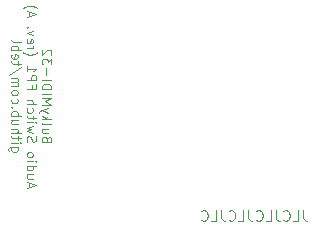
<source format=gbo>
G04 #@! TF.GenerationSoftware,KiCad,Pcbnew,(5.1.8)-1*
G04 #@! TF.CreationDate,2022-07-15T00:53:09+02:00*
G04 #@! TF.ProjectId,BulkyMIDI-32 Audio Switch FP1,42756c6b-794d-4494-9449-2d3332204175,rev?*
G04 #@! TF.SameCoordinates,Original*
G04 #@! TF.FileFunction,Legend,Bot*
G04 #@! TF.FilePolarity,Positive*
%FSLAX46Y46*%
G04 Gerber Fmt 4.6, Leading zero omitted, Abs format (unit mm)*
G04 Created by KiCad (PCBNEW (5.1.8)-1) date 2022-07-15 00:53:09*
%MOMM*%
%LPD*%
G01*
G04 APERTURE LIST*
%ADD10C,0.100000*%
G04 APERTURE END LIST*
D10*
X117142142Y-132516142D02*
X117142142Y-133159000D01*
X117185000Y-133287571D01*
X117270714Y-133373285D01*
X117399285Y-133416142D01*
X117485000Y-133416142D01*
X116285000Y-133416142D02*
X116713571Y-133416142D01*
X116713571Y-132516142D01*
X115470714Y-133330428D02*
X115513571Y-133373285D01*
X115642142Y-133416142D01*
X115727857Y-133416142D01*
X115856428Y-133373285D01*
X115942142Y-133287571D01*
X115985000Y-133201857D01*
X116027857Y-133030428D01*
X116027857Y-132901857D01*
X115985000Y-132730428D01*
X115942142Y-132644714D01*
X115856428Y-132559000D01*
X115727857Y-132516142D01*
X115642142Y-132516142D01*
X115513571Y-132559000D01*
X115470714Y-132601857D01*
X114827857Y-132516142D02*
X114827857Y-133159000D01*
X114870714Y-133287571D01*
X114956428Y-133373285D01*
X115085000Y-133416142D01*
X115170714Y-133416142D01*
X113970714Y-133416142D02*
X114399285Y-133416142D01*
X114399285Y-132516142D01*
X113156428Y-133330428D02*
X113199285Y-133373285D01*
X113327857Y-133416142D01*
X113413571Y-133416142D01*
X113542142Y-133373285D01*
X113627857Y-133287571D01*
X113670714Y-133201857D01*
X113713571Y-133030428D01*
X113713571Y-132901857D01*
X113670714Y-132730428D01*
X113627857Y-132644714D01*
X113542142Y-132559000D01*
X113413571Y-132516142D01*
X113327857Y-132516142D01*
X113199285Y-132559000D01*
X113156428Y-132601857D01*
X112513571Y-132516142D02*
X112513571Y-133159000D01*
X112556428Y-133287571D01*
X112642142Y-133373285D01*
X112770714Y-133416142D01*
X112856428Y-133416142D01*
X111656428Y-133416142D02*
X112085000Y-133416142D01*
X112085000Y-132516142D01*
X110842142Y-133330428D02*
X110885000Y-133373285D01*
X111013571Y-133416142D01*
X111099285Y-133416142D01*
X111227857Y-133373285D01*
X111313571Y-133287571D01*
X111356428Y-133201857D01*
X111399285Y-133030428D01*
X111399285Y-132901857D01*
X111356428Y-132730428D01*
X111313571Y-132644714D01*
X111227857Y-132559000D01*
X111099285Y-132516142D01*
X111013571Y-132516142D01*
X110885000Y-132559000D01*
X110842142Y-132601857D01*
X110199285Y-132516142D02*
X110199285Y-133159000D01*
X110242142Y-133287571D01*
X110327857Y-133373285D01*
X110456428Y-133416142D01*
X110542142Y-133416142D01*
X109342142Y-133416142D02*
X109770714Y-133416142D01*
X109770714Y-132516142D01*
X108527857Y-133330428D02*
X108570714Y-133373285D01*
X108699285Y-133416142D01*
X108785000Y-133416142D01*
X108913571Y-133373285D01*
X108999285Y-133287571D01*
X109042142Y-133201857D01*
X109085000Y-133030428D01*
X109085000Y-132901857D01*
X109042142Y-132730428D01*
X108999285Y-132644714D01*
X108913571Y-132559000D01*
X108785000Y-132516142D01*
X108699285Y-132516142D01*
X108570714Y-132559000D01*
X108527857Y-132601857D01*
X95457142Y-126487095D02*
X95419047Y-126372809D01*
X95380952Y-126334714D01*
X95304761Y-126296619D01*
X95190476Y-126296619D01*
X95114285Y-126334714D01*
X95076190Y-126372809D01*
X95038095Y-126449000D01*
X95038095Y-126753761D01*
X95838095Y-126753761D01*
X95838095Y-126487095D01*
X95800000Y-126410904D01*
X95761904Y-126372809D01*
X95685714Y-126334714D01*
X95609523Y-126334714D01*
X95533333Y-126372809D01*
X95495238Y-126410904D01*
X95457142Y-126487095D01*
X95457142Y-126753761D01*
X95571428Y-125610904D02*
X95038095Y-125610904D01*
X95571428Y-125953761D02*
X95152380Y-125953761D01*
X95076190Y-125915666D01*
X95038095Y-125839476D01*
X95038095Y-125725190D01*
X95076190Y-125649000D01*
X95114285Y-125610904D01*
X95038095Y-125115666D02*
X95076190Y-125191857D01*
X95152380Y-125229952D01*
X95838095Y-125229952D01*
X95038095Y-124810904D02*
X95838095Y-124810904D01*
X95342857Y-124734714D02*
X95038095Y-124506142D01*
X95571428Y-124506142D02*
X95266666Y-124810904D01*
X95571428Y-124239476D02*
X95038095Y-124049000D01*
X95571428Y-123858523D02*
X95038095Y-124049000D01*
X94847619Y-124125190D01*
X94809523Y-124163285D01*
X94771428Y-124239476D01*
X95038095Y-123553761D02*
X95838095Y-123553761D01*
X95266666Y-123287095D01*
X95838095Y-123020428D01*
X95038095Y-123020428D01*
X95038095Y-122639476D02*
X95838095Y-122639476D01*
X95038095Y-122258523D02*
X95838095Y-122258523D01*
X95838095Y-122068047D01*
X95800000Y-121953761D01*
X95723809Y-121877571D01*
X95647619Y-121839476D01*
X95495238Y-121801380D01*
X95380952Y-121801380D01*
X95228571Y-121839476D01*
X95152380Y-121877571D01*
X95076190Y-121953761D01*
X95038095Y-122068047D01*
X95038095Y-122258523D01*
X95038095Y-121458523D02*
X95838095Y-121458523D01*
X95342857Y-121077571D02*
X95342857Y-120468047D01*
X95838095Y-120163285D02*
X95838095Y-119668047D01*
X95533333Y-119934714D01*
X95533333Y-119820428D01*
X95495238Y-119744238D01*
X95457142Y-119706142D01*
X95380952Y-119668047D01*
X95190476Y-119668047D01*
X95114285Y-119706142D01*
X95076190Y-119744238D01*
X95038095Y-119820428D01*
X95038095Y-120049000D01*
X95076190Y-120125190D01*
X95114285Y-120163285D01*
X95761904Y-119363285D02*
X95800000Y-119325190D01*
X95838095Y-119249000D01*
X95838095Y-119058523D01*
X95800000Y-118982333D01*
X95761904Y-118944238D01*
X95685714Y-118906142D01*
X95609523Y-118906142D01*
X95495238Y-118944238D01*
X95038095Y-119401380D01*
X95038095Y-118906142D01*
X93966666Y-130544238D02*
X93966666Y-130163285D01*
X93738095Y-130620428D02*
X94538095Y-130353761D01*
X93738095Y-130087095D01*
X94271428Y-129477571D02*
X93738095Y-129477571D01*
X94271428Y-129820428D02*
X93852380Y-129820428D01*
X93776190Y-129782333D01*
X93738095Y-129706142D01*
X93738095Y-129591857D01*
X93776190Y-129515666D01*
X93814285Y-129477571D01*
X93738095Y-128753761D02*
X94538095Y-128753761D01*
X93776190Y-128753761D02*
X93738095Y-128829952D01*
X93738095Y-128982333D01*
X93776190Y-129058523D01*
X93814285Y-129096619D01*
X93890476Y-129134714D01*
X94119047Y-129134714D01*
X94195238Y-129096619D01*
X94233333Y-129058523D01*
X94271428Y-128982333D01*
X94271428Y-128829952D01*
X94233333Y-128753761D01*
X93738095Y-128372809D02*
X94271428Y-128372809D01*
X94538095Y-128372809D02*
X94500000Y-128410904D01*
X94461904Y-128372809D01*
X94500000Y-128334714D01*
X94538095Y-128372809D01*
X94461904Y-128372809D01*
X93738095Y-127877571D02*
X93776190Y-127953761D01*
X93814285Y-127991857D01*
X93890476Y-128029952D01*
X94119047Y-128029952D01*
X94195238Y-127991857D01*
X94233333Y-127953761D01*
X94271428Y-127877571D01*
X94271428Y-127763285D01*
X94233333Y-127687095D01*
X94195238Y-127649000D01*
X94119047Y-127610904D01*
X93890476Y-127610904D01*
X93814285Y-127649000D01*
X93776190Y-127687095D01*
X93738095Y-127763285D01*
X93738095Y-127877571D01*
X93776190Y-126696619D02*
X93738095Y-126582333D01*
X93738095Y-126391857D01*
X93776190Y-126315666D01*
X93814285Y-126277571D01*
X93890476Y-126239476D01*
X93966666Y-126239476D01*
X94042857Y-126277571D01*
X94080952Y-126315666D01*
X94119047Y-126391857D01*
X94157142Y-126544238D01*
X94195238Y-126620428D01*
X94233333Y-126658523D01*
X94309523Y-126696619D01*
X94385714Y-126696619D01*
X94461904Y-126658523D01*
X94500000Y-126620428D01*
X94538095Y-126544238D01*
X94538095Y-126353761D01*
X94500000Y-126239476D01*
X94271428Y-125972809D02*
X93738095Y-125820428D01*
X94119047Y-125668047D01*
X93738095Y-125515666D01*
X94271428Y-125363285D01*
X93738095Y-125058523D02*
X94271428Y-125058523D01*
X94538095Y-125058523D02*
X94500000Y-125096619D01*
X94461904Y-125058523D01*
X94500000Y-125020428D01*
X94538095Y-125058523D01*
X94461904Y-125058523D01*
X94271428Y-124791857D02*
X94271428Y-124487095D01*
X94538095Y-124677571D02*
X93852380Y-124677571D01*
X93776190Y-124639476D01*
X93738095Y-124563285D01*
X93738095Y-124487095D01*
X93776190Y-123877571D02*
X93738095Y-123953761D01*
X93738095Y-124106142D01*
X93776190Y-124182333D01*
X93814285Y-124220428D01*
X93890476Y-124258523D01*
X94119047Y-124258523D01*
X94195238Y-124220428D01*
X94233333Y-124182333D01*
X94271428Y-124106142D01*
X94271428Y-123953761D01*
X94233333Y-123877571D01*
X93738095Y-123534714D02*
X94538095Y-123534714D01*
X93738095Y-123191857D02*
X94157142Y-123191857D01*
X94233333Y-123229952D01*
X94271428Y-123306142D01*
X94271428Y-123420428D01*
X94233333Y-123496619D01*
X94195238Y-123534714D01*
X94157142Y-121934714D02*
X94157142Y-122201380D01*
X93738095Y-122201380D02*
X94538095Y-122201380D01*
X94538095Y-121820428D01*
X93738095Y-121515666D02*
X94538095Y-121515666D01*
X94538095Y-121210904D01*
X94500000Y-121134714D01*
X94461904Y-121096619D01*
X94385714Y-121058523D01*
X94271428Y-121058523D01*
X94195238Y-121096619D01*
X94157142Y-121134714D01*
X94119047Y-121210904D01*
X94119047Y-121515666D01*
X93738095Y-120296619D02*
X93738095Y-120753761D01*
X93738095Y-120525190D02*
X94538095Y-120525190D01*
X94423809Y-120601380D01*
X94347619Y-120677571D01*
X94309523Y-120753761D01*
X93433333Y-119115666D02*
X93471428Y-119153761D01*
X93585714Y-119229952D01*
X93661904Y-119268047D01*
X93776190Y-119306142D01*
X93966666Y-119344238D01*
X94119047Y-119344238D01*
X94309523Y-119306142D01*
X94423809Y-119268047D01*
X94500000Y-119229952D01*
X94614285Y-119153761D01*
X94652380Y-119115666D01*
X93738095Y-118810904D02*
X94271428Y-118810904D01*
X94119047Y-118810904D02*
X94195238Y-118772809D01*
X94233333Y-118734714D01*
X94271428Y-118658523D01*
X94271428Y-118582333D01*
X93776190Y-118010904D02*
X93738095Y-118087095D01*
X93738095Y-118239476D01*
X93776190Y-118315666D01*
X93852380Y-118353761D01*
X94157142Y-118353761D01*
X94233333Y-118315666D01*
X94271428Y-118239476D01*
X94271428Y-118087095D01*
X94233333Y-118010904D01*
X94157142Y-117972809D01*
X94080952Y-117972809D01*
X94004761Y-118353761D01*
X94271428Y-117706142D02*
X93738095Y-117515666D01*
X94271428Y-117325190D01*
X93814285Y-117020428D02*
X93776190Y-116982333D01*
X93738095Y-117020428D01*
X93776190Y-117058523D01*
X93814285Y-117020428D01*
X93738095Y-117020428D01*
X93966666Y-116068047D02*
X93966666Y-115687095D01*
X93738095Y-116144238D02*
X94538095Y-115877571D01*
X93738095Y-115610904D01*
X93433333Y-115420428D02*
X93471428Y-115382333D01*
X93585714Y-115306142D01*
X93661904Y-115268047D01*
X93776190Y-115229952D01*
X93966666Y-115191857D01*
X94119047Y-115191857D01*
X94309523Y-115229952D01*
X94423809Y-115268047D01*
X94500000Y-115306142D01*
X94614285Y-115382333D01*
X94652380Y-115420428D01*
X92971428Y-127172809D02*
X92323809Y-127172809D01*
X92247619Y-127210904D01*
X92209523Y-127249000D01*
X92171428Y-127325190D01*
X92171428Y-127439476D01*
X92209523Y-127515666D01*
X92476190Y-127172809D02*
X92438095Y-127249000D01*
X92438095Y-127401380D01*
X92476190Y-127477571D01*
X92514285Y-127515666D01*
X92590476Y-127553761D01*
X92819047Y-127553761D01*
X92895238Y-127515666D01*
X92933333Y-127477571D01*
X92971428Y-127401380D01*
X92971428Y-127249000D01*
X92933333Y-127172809D01*
X92438095Y-126791857D02*
X92971428Y-126791857D01*
X93238095Y-126791857D02*
X93200000Y-126829952D01*
X93161904Y-126791857D01*
X93200000Y-126753761D01*
X93238095Y-126791857D01*
X93161904Y-126791857D01*
X92971428Y-126525190D02*
X92971428Y-126220428D01*
X93238095Y-126410904D02*
X92552380Y-126410904D01*
X92476190Y-126372809D01*
X92438095Y-126296619D01*
X92438095Y-126220428D01*
X92438095Y-125953761D02*
X93238095Y-125953761D01*
X92438095Y-125610904D02*
X92857142Y-125610904D01*
X92933333Y-125649000D01*
X92971428Y-125725190D01*
X92971428Y-125839476D01*
X92933333Y-125915666D01*
X92895238Y-125953761D01*
X92971428Y-124887095D02*
X92438095Y-124887095D01*
X92971428Y-125229952D02*
X92552380Y-125229952D01*
X92476190Y-125191857D01*
X92438095Y-125115666D01*
X92438095Y-125001380D01*
X92476190Y-124925190D01*
X92514285Y-124887095D01*
X92438095Y-124506142D02*
X93238095Y-124506142D01*
X92933333Y-124506142D02*
X92971428Y-124429952D01*
X92971428Y-124277571D01*
X92933333Y-124201380D01*
X92895238Y-124163285D01*
X92819047Y-124125190D01*
X92590476Y-124125190D01*
X92514285Y-124163285D01*
X92476190Y-124201380D01*
X92438095Y-124277571D01*
X92438095Y-124429952D01*
X92476190Y-124506142D01*
X92514285Y-123782333D02*
X92476190Y-123744238D01*
X92438095Y-123782333D01*
X92476190Y-123820428D01*
X92514285Y-123782333D01*
X92438095Y-123782333D01*
X92476190Y-123058523D02*
X92438095Y-123134714D01*
X92438095Y-123287095D01*
X92476190Y-123363285D01*
X92514285Y-123401380D01*
X92590476Y-123439476D01*
X92819047Y-123439476D01*
X92895238Y-123401380D01*
X92933333Y-123363285D01*
X92971428Y-123287095D01*
X92971428Y-123134714D01*
X92933333Y-123058523D01*
X92438095Y-122601380D02*
X92476190Y-122677571D01*
X92514285Y-122715666D01*
X92590476Y-122753761D01*
X92819047Y-122753761D01*
X92895238Y-122715666D01*
X92933333Y-122677571D01*
X92971428Y-122601380D01*
X92971428Y-122487095D01*
X92933333Y-122410904D01*
X92895238Y-122372809D01*
X92819047Y-122334714D01*
X92590476Y-122334714D01*
X92514285Y-122372809D01*
X92476190Y-122410904D01*
X92438095Y-122487095D01*
X92438095Y-122601380D01*
X92438095Y-121991857D02*
X92971428Y-121991857D01*
X92895238Y-121991857D02*
X92933333Y-121953761D01*
X92971428Y-121877571D01*
X92971428Y-121763285D01*
X92933333Y-121687095D01*
X92857142Y-121649000D01*
X92438095Y-121649000D01*
X92857142Y-121649000D02*
X92933333Y-121610904D01*
X92971428Y-121534714D01*
X92971428Y-121420428D01*
X92933333Y-121344238D01*
X92857142Y-121306142D01*
X92438095Y-121306142D01*
X93276190Y-120353761D02*
X92247619Y-121039476D01*
X92971428Y-120201380D02*
X92971428Y-119896619D01*
X93238095Y-120087095D02*
X92552380Y-120087095D01*
X92476190Y-120049000D01*
X92438095Y-119972809D01*
X92438095Y-119896619D01*
X92476190Y-119325190D02*
X92438095Y-119401380D01*
X92438095Y-119553761D01*
X92476190Y-119629952D01*
X92552380Y-119668047D01*
X92857142Y-119668047D01*
X92933333Y-119629952D01*
X92971428Y-119553761D01*
X92971428Y-119401380D01*
X92933333Y-119325190D01*
X92857142Y-119287095D01*
X92780952Y-119287095D01*
X92704761Y-119668047D01*
X92438095Y-118944238D02*
X93238095Y-118944238D01*
X92933333Y-118944238D02*
X92971428Y-118868047D01*
X92971428Y-118715666D01*
X92933333Y-118639476D01*
X92895238Y-118601380D01*
X92819047Y-118563285D01*
X92590476Y-118563285D01*
X92514285Y-118601380D01*
X92476190Y-118639476D01*
X92438095Y-118715666D01*
X92438095Y-118868047D01*
X92476190Y-118944238D01*
X92438095Y-118106142D02*
X92476190Y-118182333D01*
X92552380Y-118220428D01*
X93238095Y-118220428D01*
M02*

</source>
